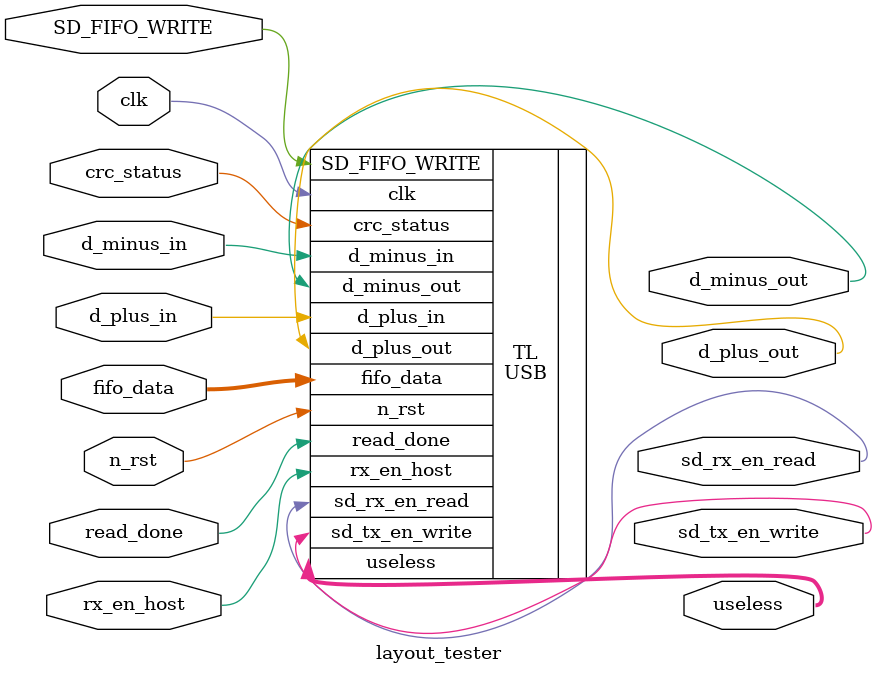
<source format=sv>
/*
module layout_tester
(
	input  wire clk,
	input  wire n_rst, 
	output wire d_plus,
	output wire d_minus,
	input  wire transmit,
	input  wire write_enable,
	input  wire [7:0] write_data,
	output wire fifo_empty,
	output wire fifo_full
);
*/

module layout_tester (
	input wire	clk,
			n_rst,
			rx_en_host,
			crc_status,
			SD_FIFO_WRITE,
			read_done,
	output reg	sd_rx_en_read,
	input wire	[7:0] fifo_data,
	input wire	d_plus_in,
			d_minus_in,
	output reg	d_plus_out,
			d_minus_out,
	output reg 	[7:0]	useless,
	output reg	sd_tx_en_write
);
	
	USB TL
	(
		.clk,
		.n_rst,
		.rx_en_host,
		.crc_status,
		.SD_FIFO_WRITE,
		.read_done,
		.sd_rx_en_read,
		.fifo_data,
		.d_plus_in,
		.d_minus_in,
		.d_plus_out,
		.d_minus_out,
		.useless,
		.sd_tx_en_write
	);
	
endmodule

</source>
